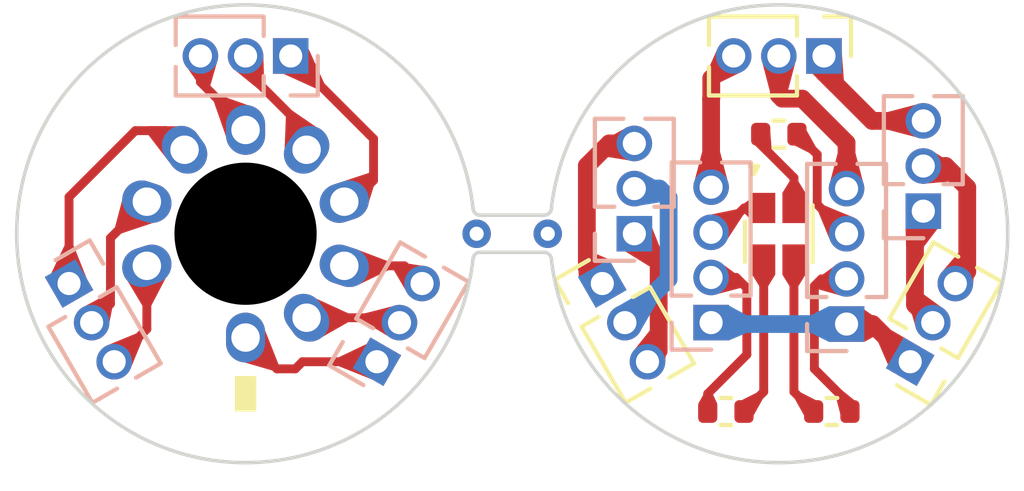
<source format=kicad_pcb>
(kicad_pcb (version 20221018) (generator pcbnew)
  (title_block (title "Kartusche IV-9 Adapter") (date "2023-12-08") (rev "R1.0") (company "Copyright 2023 AnalogMiko") (comment 2 "MERCHANTABILITY, SATISFACTORY QUALITY AND FITNESS FOR A PARTICULAR PURPOSE.") (comment 3 "This source is distributed WITHOUT ANY EXPRESS OR IMPLIED WARRANTY, INCLUDING OF") (comment 4 "This source describes Open Hardware and is licensed under the CERN-OHL-S v2."))
  (layers (0 "F.Cu" signal) (31 "B.Cu" signal) (34 "B.Paste" user) (35 "F.Paste" user) (36 "B.SilkS" user "B.Silkscreen") (37 "F.SilkS" user "F.Silkscreen") (38 "B.Mask" user) (39 "F.Mask" user) (44 "Edge.Cuts" user))
  (net 0 "")
  (net 1 "Net-(D1-RK)")
  (net 2 "Net-(D1-GK)")
  (net 3 "Net-(D1-BK)")
  (net 4 "Net-(D1-A)")
  (net 5 "/K_TOP")
  (net 6 "/DP_TOP")
  (net 7 "/B_TOP")
  (net 8 "/C_TOP")
  (net 9 "/A_TOP")
  (net 10 "/F_TOP")
  (net 11 "/G_TOP")
  (net 12 "/D_TOP")
  (net 13 "/E_TOP")
  (net 14 "/K_BOT")
  (net 15 "/DP_BOT")
  (net 16 "/B_BOT")
  (net 17 "/C_BOT")
  (net 18 "/A_BOT")
  (net 19 "/F_BOT")
  (net 20 "/G_BOT")
  (net 21 "/D_BOT")
  (net 22 "/E_BOT")
  (net 23 "Net-(J8-Pin_2)")
  (net 24 "Net-(J10-Pin_3)")
  (net 25 "Net-(J10-Pin_2)")
  (footprint "Resistor_SMD:R_0402_1005Metric" (layer "F.Cu") (at 115 97.2)
    (fp_text reference "R3" hide)
    (fp_text value "200" hide)
    (fp_line (start -0.153641 -0.38) (end 0.153641 -0.38) (stroke (width 0.12)) (layer "F.SilkS"))
    (fp_line (start -0.153641 0.38) (end 0.153641 0.38) (stroke (width 0.12)) (layer "F.SilkS"))
    (pad "1" smd roundrect (at -0.51 0) (size 0.54 0.64) (layers "F.Cu" "F.Paste" "F.Mask") (net 1 "Net-(D1-RK)"))
    (pad "2" smd roundrect (at 0.51 0) (size 0.54 0.64) (layers "F.Cu" "F.Paste" "F.Mask") (net 24 "Net-(J10-Pin_3)"))
  )
  (footprint "Flora:IV9" (layer "F.Cu") (at 100 100)
    (fp_text reference "U1" hide)
    (fp_text value "ИВ-9")
    (fp_rect (start -0.3 4) (end 0.3 5) (fill solid) (layer "F.SilkS"))
    (pad "" np_thru_hole circle (at 0 0) (size 4 4) (drill 4) (layers "Dwgs.User"))
    (pad "1" thru_hole oval (at 0 2.92) (size 1.1 1.4) (drill 0.8) (layers "*.Cu" "*.Mask") (net 5 "/K_TOP"))
    (pad "2" thru_hole oval (at 1.716333 2.36233 36) (size 1.1 1.4) (drill 0.8) (layers "*.Cu" "*.Mask") (net 6 "/DP_TOP"))
    (pad "3" thru_hole oval (at 2.777085 0.90233 72) (size 1.1 1.4) (drill 0.8) (layers "*.Cu" "*.Mask") (net 7 "/B_TOP"))
    (pad "4" thru_hole oval (at 2.777085 -0.90233 108) (size 1.1 1.4) (drill 0.8) (layers "*.Cu" "*.Mask") (net 8 "/C_TOP"))
    (pad "5" thru_hole oval (at 1.716333 -2.36233 144) (size 1.1 1.4) (drill 0.8) (layers "*.Cu" "*.Mask") (net 9 "/A_TOP"))
    (pad "6" thru_hole oval (at 0 -2.92 180) (size 1.1 1.4) (drill 0.8) (layers "*.Cu" "*.Mask") (net 10 "/F_TOP"))
    (pad "7" thru_hole oval (at -1.716333 -2.36233 216) (size 1.1 1.4) (drill 0.8) (layers "*.Cu" "*.Mask") (net 11 "/G_TOP"))
    (pad "8" thru_hole oval (at -2.777085 -0.90233 252) (size 1.1 1.4) (drill 0.8) (layers "*.Cu" "*.Mask") (net 12 "/D_TOP"))
    (pad "9" thru_hole oval (at -2.777085 0.90233 288) (size 1.1 1.4) (drill 0.8) (layers "*.Cu" "*.Mask") (net 13 "/E_TOP"))
  )
  (footprint "Connector_PinHeader_1.27mm:PinHeader_1x03_P1.27mm_Vertical" (layer "F.Cu") (at 118.695 103.6 150)
    (fp_text reference "J1_BOT1" hide)
    (fp_text value "Conn_01x03_Pin" hide)
    (fp_line (start -1.11 -0.76) (end 0 -0.76) (stroke (width 0.12)) (layer "F.SilkS"))
    (fp_line (start -1.11 0) (end -1.11 -0.76) (stroke (width 0.12)) (layer "F.SilkS"))
    (fp_line (start -1.11 0.76) (end -1.11 3.235) (stroke (width 0.12)) (layer "F.SilkS"))
    (fp_line (start -1.11 0.76) (end -0.563471 0.76) (stroke (width 0.12)) (layer "F.SilkS"))
    (fp_line (start -1.11 3.235) (end -0.30753 3.235) (stroke (width 0.12)) (layer "F.SilkS"))
    (fp_line (start 0.30753 3.235) (end 1.11 3.235) (stroke (width 0.12)) (layer "F.SilkS"))
    (fp_line (start 0.563471 0.76) (end 1.11 0.76) (stroke (width 0.12)) (layer "F.SilkS"))
    (fp_line (start 1.11 0.76) (end 1.11 3.235) (stroke (width 0.12)) (layer "F.SilkS"))
    (pad "1" thru_hole rect (at 0 0 150) (size 1 1) (drill 0.65) (layers "*.Cu" "*.Mask") (net 14 "/K_BOT"))
    (pad "2" thru_hole oval (at 0 1.27 150) (size 1 1) (drill 0.65) (layers "*.Cu" "*.Mask") (net 15 "/DP_BOT"))
    (pad "3" thru_hole oval (at 0 2.54 150) (size 1 1) (drill 0.65) (layers "*.Cu" "*.Mask") (net 16 "/B_BOT"))
  )
  (footprint "Resistor_SMD:R_0402_1005Metric" (layer "F.Cu") (at 113.51 105 180)
    (fp_text reference "R1" hide)
    (fp_text value "200" hide)
    (fp_line (start -0.153641 -0.38) (end 0.153641 -0.38) (stroke (width 0.12)) (layer "F.SilkS"))
    (fp_line (start -0.153641 0.38) (end 0.153641 0.38) (stroke (width 0.12)) (layer "F.SilkS"))
    (pad "1" smd roundrect (at -0.51 0 180) (size 0.54 0.64) (layers "F.Cu" "F.Paste" "F.Mask") (net 3 "Net-(D1-BK)"))
    (pad "2" smd roundrect (at 0.51 0 180) (size 0.54 0.64) (layers "F.Cu" "F.Paste" "F.Mask") (net 23 "Net-(J8-Pin_2)"))
  )
  (footprint "Connector_PinHeader_1.27mm:PinHeader_1x03_P1.27mm_Vertical" (layer "F.Cu") (at 110.035 101.4 30)
    (fp_text reference "J3_BOT1" hide)
    (fp_text value "Conn_01x03_Pin" hide)
    (fp_line (start -1.11 -0.76) (end 0 -0.76) (stroke (width 0.12)) (layer "F.SilkS"))
    (fp_line (start -1.11 0) (end -1.11 -0.76) (stroke (width 0.12)) (layer "F.SilkS"))
    (fp_line (start -1.11 0.76) (end -1.11 3.235) (stroke (width 0.12)) (layer "F.SilkS"))
    (fp_line (start -1.11 0.76) (end -0.563471 0.76) (stroke (width 0.12)) (layer "F.SilkS"))
    (fp_line (start -1.11 3.235) (end -0.30753 3.235) (stroke (width 0.12)) (layer "F.SilkS"))
    (fp_line (start 0.30753 3.235) (end 1.11 3.235) (stroke (width 0.12)) (layer "F.SilkS"))
    (fp_line (start 0.563471 0.76) (end 1.11 0.76) (stroke (width 0.12)) (layer "F.SilkS"))
    (fp_line (start 1.11 0.76) (end 1.11 3.235) (stroke (width 0.12)) (layer "F.SilkS"))
    (pad "1" thru_hole rect (at 0 0 30) (size 1 1) (drill 0.65) (layers "*.Cu" "*.Mask") (net 20 "/G_BOT"))
    (pad "2" thru_hole oval (at 0 1.27 30) (size 1 1) (drill 0.65) (layers "*.Cu" "*.Mask") (net 21 "/D_BOT"))
    (pad "3" thru_hole oval (at 0 2.54 30) (size 1 1) (drill 0.65) (layers "*.Cu" "*.Mask") (net 22 "/E_BOT"))
  )
  (footprint "LED_SMD:LED_LiteOn_LTST-C19HE1WT" (layer "F.Cu") (at 115 100)
    (fp_text reference "D1" hide)
    (fp_text value "LED_ARGB" hide)
    (fp_line (start -0.95 -0.35) (end -0.95 0.8) (stroke (width 0.12)) (layer "F.SilkS"))
    (fp_line (start 0.95 -0.8) (end 0.95 0.8) (stroke (width 0.12)) (layer "F.SilkS"))
    (pad "1" smd rect (at -0.425 -0.725) (size 0.65 0.85) (layers "F.Cu" "F.Paste" "F.Mask") (net 4 "Net-(D1-A)"))
    (pad "2" smd rect (at 0.425 -0.725) (size 0.65 0.85) (layers "F.Cu" "F.Paste" "F.Mask") (net 1 "Net-(D1-RK)"))
    (pad "3" smd rect (at 0.425 0.725) (size 0.65 0.85) (layers "F.Cu" "F.Paste" "F.Mask") (net 2 "Net-(D1-GK)"))
    (pad "4" smd rect (at -0.425 0.725) (size 0.65 0.85) (layers "F.Cu" "F.Paste" "F.Mask") (net 3 "Net-(D1-BK)"))
  )
  (footprint "Resistor_SMD:R_0402_1005Metric" (layer "F.Cu") (at 116.49 105)
    (fp_text reference "R2" hide)
    (fp_text value "200" hide)
    (fp_line (start -0.153641 -0.38) (end 0.153641 -0.38) (stroke (width 0.12)) (layer "F.SilkS"))
    (fp_line (start -0.153641 0.38) (end 0.153641 0.38) (stroke (width 0.12)) (layer "F.SilkS"))
    (pad "1" smd roundrect (at -0.51 0) (size 0.54 0.64) (layers "F.Cu" "F.Paste" "F.Mask") (net 2 "Net-(D1-GK)"))
    (pad "2" smd roundrect (at 0.51 0) (size 0.54 0.64) (layers "F.Cu" "F.Paste" "F.Mask") (net 25 "Net-(J10-Pin_2)"))
  )
  (footprint "Connector_PinHeader_1.27mm:PinHeader_1x03_P1.27mm_Vertical" (layer "F.Cu") (at 116.27 95 -90)
    (fp_text reference "J2_BOT1" hide)
    (fp_text value "Conn_01x03_Pin" hide)
    (fp_line (start -1.11 -0.76) (end 0 -0.76) (stroke (width 0.12)) (layer "F.SilkS"))
    (fp_line (start -1.11 0) (end -1.11 -0.76) (stroke (width 0.12)) (layer "F.SilkS"))
    (fp_line (start -1.11 0.76) (end -1.11 3.235) (stroke (width 0.12)) (layer "F.SilkS"))
    (fp_line (start -1.11 0.76) (end -0.563471 0.76) (stroke (width 0.12)) (layer "F.SilkS"))
    (fp_line (start -1.11 3.235) (end -0.30753 3.235) (stroke (width 0.12)) (layer "F.SilkS"))
    (fp_line (start 0.30753 3.235) (end 1.11 3.235) (stroke (width 0.12)) (layer "F.SilkS"))
    (fp_line (start 0.563471 0.76) (end 1.11 0.76) (stroke (width 0.12)) (layer "F.SilkS"))
    (fp_line (start 1.11 0.76) (end 1.11 3.235) (stroke (width 0.12)) (layer "F.SilkS"))
    (pad "1" thru_hole rect (at 0 0 270) (size 1 1) (drill 0.65) (layers "*.Cu" "*.Mask") (net 17 "/C_BOT"))
    (pad "2" thru_hole oval (at 0 1.27 270) (size 1 1) (drill 0.65) (layers "*.Cu" "*.Mask") (net 18 "/A_BOT"))
    (pad "3" thru_hole oval (at 0 2.54 270) (size 1 1) (drill 0.65) (layers "*.Cu" "*.Mask") (net 19 "/F_BOT"))
  )
  (footprint "Connector_PinHeader_1.27mm:PinHeader_1x03_P1.27mm_Vertical" (layer "B.Cu") (at 119.064 99.365)
    (fp_text reference "J9" hide)
    (fp_text value "Conn_01x03_Pin" hide)
    (fp_line (start -1.11 -3.235) (end -0.30753 -3.235) (stroke (width 0.12)) (layer "B.SilkS"))
    (fp_line (start -1.11 -0.76) (end -1.11 -3.235) (stroke (width 0.12)) (layer "B.SilkS"))
    (fp_line (start -1.11 -0.76) (end -0.563471 -0.76) (stroke (width 0.12)) (layer "B.SilkS"))
    (fp_line (start -1.11 0) (end -1.11 0.76) (stroke (width 0.12)) (layer "B.SilkS"))
    (fp_line (start -1.11 0.76) (end 0 0.76) (stroke (width 0.12)) (layer "B.SilkS"))
    (fp_line (start 0.30753 -3.235) (end 1.11 -3.235) (stroke (width 0.12)) (layer "B.SilkS"))
    (fp_line (start 0.563471 -0.76) (end 1.11 -0.76) (stroke (width 0.12)) (layer "B.SilkS"))
    (fp_line (start 1.11 -0.76) (end 1.11 -3.235) (stroke (width 0.12)) (layer "B.SilkS"))
    (pad "1" thru_hole rect (at 0 0) (size 1 1) (drill 0.65) (layers "*.Cu" "*.Mask") (net 15 "/DP_BOT"))
    (pad "2" thru_hole oval (at 0 -1.27) (size 1 1) (drill 0.65) (layers "*.Cu" "*.Mask") (net 16 "/B_BOT"))
    (pad "3" thru_hole oval (at 0 -2.54) (size 1 1) (drill 0.65) (layers "*.Cu" "*.Mask") (net 17 "/C_BOT"))
  )
  (footprint "Connector_PinHeader_1.27mm:PinHeader_1x03_P1.27mm_Vertical" (layer "B.Cu") (at 110.936 100)
    (fp_text reference "J7" hide)
    (fp_text value "Conn_01x03_Pin" hide)
    (fp_line (start -1.11 -3.235) (end -0.30753 -3.235) (stroke (width 0.12)) (layer "B.SilkS"))
    (fp_line (start -1.11 -0.76) (end -1.11 -3.235) (stroke (width 0.12)) (layer "B.SilkS"))
    (fp_line (start -1.11 -0.76) (end -0.563471 -0.76) (stroke (width 0.12)) (layer "B.SilkS"))
    (fp_line (start -1.11 0) (end -1.11 0.76) (stroke (width 0.12)) (layer "B.SilkS"))
    (fp_line (start -1.11 0.76) (end 0 0.76) (stroke (width 0.12)) (layer "B.SilkS"))
    (fp_line (start 0.30753 -3.235) (end 1.11 -3.235) (stroke (width 0.12)) (layer "B.SilkS"))
    (fp_line (start 0.563471 -0.76) (end 1.11 -0.76) (stroke (width 0.12)) (layer "B.SilkS"))
    (fp_line (start 1.11 -0.76) (end 1.11 -3.235) (stroke (width 0.12)) (layer "B.SilkS"))
    (pad "1" thru_hole rect (at 0 0) (size 1 1) (drill 0.65) (layers "*.Cu" "*.Mask") (net 22 "/E_BOT"))
    (pad "2" thru_hole oval (at 0 -1.27) (size 1 1) (drill 0.65) (layers "*.Cu" "*.Mask") (net 21 "/D_BOT"))
    (pad "3" thru_hole oval (at 0 -2.54) (size 1 1) (drill 0.65) (layers "*.Cu" "*.Mask") (net 20 "/G_BOT"))
  )
  (footprint "Connector_PinHeader_1.27mm:PinHeader_1x03_P1.27mm_Vertical" (layer "B.Cu") (at 103.695 103.6 -30)
    (fp_text reference "J1_TOP1" hide)
    (fp_text value "Conn_01x03_Pin" hide)
    (fp_line (start -1.11 -3.235) (end -0.30753 -3.235) (stroke (width 0.12)) (layer "B.SilkS"))
    (fp_line (start -1.11 -0.76) (end -1.11 -3.235) (stroke (width 0.12)) (layer "B.SilkS"))
    (fp_line (start -1.11 -0.76) (end -0.563471 -0.76) (stroke (width 0.12)) (layer "B.SilkS"))
    (fp_line (start -1.11 0) (end -1.11 0.76) (stroke (width 0.12)) (layer "B.SilkS"))
    (fp_line (start -1.11 0.76) (end 0 0.76) (stroke (width 0.12)) (layer "B.SilkS"))
    (fp_line (start 0.30753 -3.235) (end 1.11 -3.235) (stroke (width 0.12)) (layer "B.SilkS"))
    (fp_line (start 0.563471 -0.76) (end 1.11 -0.76) (stroke (width 0.12)) (layer "B.SilkS"))
    (fp_line (start 1.11 -0.76) (end 1.11 -3.235) (stroke (width 0.12)) (layer "B.SilkS"))
    (pad "1" thru_hole rect (at 0 0 330) (size 1 1) (drill 0.65) (layers "*.Cu" "*.Mask") (net 5 "/K_TOP"))
    (pad "2" thru_hole oval (at 0 -1.27 330) (size 1 1) (drill 0.65) (layers "*.Cu" "*.Mask") (net 6 "/DP_TOP"))
    (pad "3" thru_hole oval (at 0 -2.54 330) (size 1 1) (drill 0.65) (layers "*.Cu" "*.Mask") (net 7 "/B_TOP"))
  )
  (footprint "Connector_PinHeader_1.27mm:PinHeader_1x04_P1.27mm_Vertical" (layer "B.Cu") (at 116.905 102.54)
    (fp_text reference "J10" hide)
    (fp_text value "Conn_01x04_Pin" hide)
    (fp_line (start -1.11 -4.505) (end -0.30753 -4.505) (stroke (width 0.12)) (layer "B.SilkS"))
    (fp_line (start -1.11 -0.76) (end -1.11 -4.505) (stroke (width 0.12)) (layer "B.SilkS"))
    (fp_line (start -1.11 -0.76) (end -0.563471 -0.76) (stroke (width 0.12)) (layer "B.SilkS"))
    (fp_line (start -1.11 0) (end -1.11 0.76) (stroke (width 0.12)) (layer "B.SilkS"))
    (fp_line (start -1.11 0.76) (end 0 0.76) (stroke (width 0.12)) (layer "B.SilkS"))
    (fp_line (start 0.30753 -4.505) (end 1.11 -4.505) (stroke (width 0.12)) (layer "B.SilkS"))
    (fp_line (start 0.563471 -0.76) (end 1.11 -0.76) (stroke (width 0.12)) (layer "B.SilkS"))
    (fp_line (start 1.11 -0.76) (end 1.11 -4.505) (stroke (width 0.12)) (layer "B.SilkS"))
    (pad "1" thru_hole rect (at 0 0) (size 1 1) (drill 0.65) (layers "*.Cu" "*.Mask") (net 14 "/K_BOT"))
    (pad "2" thru_hole oval (at 0 -1.27) (size 1 1) (drill 0.65) (layers "*.Cu" "*.Mask") (net 25 "Net-(J10-Pin_2)"))
    (pad "3" thru_hole oval (at 0 -2.54) (size 1 1) (drill 0.65) (layers "*.Cu" "*.Mask") (net 24 "Net-(J10-Pin_3)"))
    (pad "4" thru_hole oval (at 0 -3.81) (size 1 1) (drill 0.65) (layers "*.Cu" "*.Mask") (net 18 "/A_BOT"))
  )
  (footprint "Connector_PinHeader_1.27mm:PinHeader_1x03_P1.27mm_Vertical" (layer "B.Cu") (at 95.035 101.4 -150)
    (fp_text reference "J3_TOP1" hide)
    (fp_text value "Conn_01x03_Pin" hide)
    (fp_line (start -1.11 -3.235) (end -0.30753 -3.235) (stroke (width 0.12)) (layer "B.SilkS"))
    (fp_line (start -1.11 -0.76) (end -1.11 -3.235) (stroke (width 0.12)) (layer "B.SilkS"))
    (fp_line (start -1.11 -0.76) (end -0.563471 -0.76) (stroke (width 0.12)) (layer "B.SilkS"))
    (fp_line (start -1.11 0) (end -1.11 0.76) (stroke (width 0.12)) (layer "B.SilkS"))
    (fp_line (start -1.11 0.76) (end 0 0.76) (stroke (width 0.12)) (layer "B.SilkS"))
    (fp_line (start 0.30753 -3.235) (end 1.11 -3.235) (stroke (width 0.12)) (layer "B.SilkS"))
    (fp_line (start 0.563471 -0.76) (end 1.11 -0.76) (stroke (width 0.12)) (layer "B.SilkS"))
    (fp_line (start 1.11 -0.76) (end 1.11 -3.235) (stroke (width 0.12)) (layer "B.SilkS"))
    (pad "1" thru_hole rect (at 0 0 210) (size 1 1) (drill 0.65) (layers "*.Cu" "*.Mask") (net 11 "/G_TOP"))
    (pad "2" thru_hole oval (at 0 -1.27 210) (size 1 1) (drill 0.65) (layers "*.Cu" "*.Mask") (net 12 "/D_TOP"))
    (pad "3" thru_hole oval (at 0 -2.54 210) (size 1 1) (drill 0.65) (layers "*.Cu" "*.Mask") (net 13 "/E_TOP"))
  )
  (footprint "Connector_PinHeader_1.27mm:PinHeader_1x04_P1.27mm_Vertical" (layer "B.Cu") (at 113.095 102.5)
    (fp_text reference "J8" hide)
    (fp_text value "Conn_01x04_Pin" hide)
    (fp_line (start -1.11 -4.505) (end -0.30753 -4.505) (stroke (width 0.12)) (layer "B.SilkS"))
    (fp_line (start -1.11 -0.76) (end -1.11 -4.505) (stroke (width 0.12)) (layer "B.SilkS"))
    (fp_line (start -1.11 -0.76) (end -0.563471 -0.76) (stroke (width 0.12)) (layer "B.SilkS"))
    (fp_line (start -1.11 0) (end -1.11 0.76) (stroke (width 0.12)) (layer "B.SilkS"))
    (fp_line (start -1.11 0.76) (end 0 0.76) (stroke (width 0.12)) (layer "B.SilkS"))
    (fp_line (start 0.30753 -4.505) (end 1.11 -4.505) (stroke (width 0.12)) (layer "B.SilkS"))
    (fp_line (start 0.563471 -0.76) (end 1.11 -0.76) (stroke (width 0.12)) (layer "B.SilkS"))
    (fp_line (start 1.11 -0.76) (end 1.11 -4.505) (stroke (width 0.12)) (layer "B.SilkS"))
    (pad "1" thru_hole rect (at 0 0) (size 1 1) (drill 0.65) (layers "*.Cu" "*.Mask") (net 14 "/K_BOT"))
    (pad "2" thru_hole oval (at 0 -1.27) (size 1 1) (drill 0.65) (layers "*.Cu" "*.Mask") (net 23 "Net-(J8-Pin_2)"))
    (pad "3" thru_hole oval (at 0 -2.54) (size 1 1) (drill 0.65) (layers "*.Cu" "*.Mask") (net 4 "Net-(D1-A)"))
    (pad "4" thru_hole oval (at 0 -3.81) (size 1 1) (drill 0.65) (layers "*.Cu" "*.Mask") (net 19 "/F_BOT"))
  )
  (footprint "Connector_PinHeader_1.27mm:PinHeader_1x03_P1.27mm_Vertical" (layer "B.Cu") (at 101.27 95 90)
    (fp_text reference "J2_TOP1" hide)
    (fp_text value "Conn_01x03_Pin" hide)
    (fp_line (start -1.11 -3.235) (end -0.30753 -3.235) (stroke (width 0.12)) (layer "B.SilkS"))
    (fp_line (start -1.11 -0.76) (end -1.11 -3.235) (stroke (width 0.12)) (layer "B.SilkS"))
    (fp_line (start -1.11 -0.76) (end -0.563471 -0.76) (stroke (width 0.12)) (layer "B.SilkS"))
    (fp_line (start -1.11 0) (end -1.11 0.76) (stroke (width 0.12)) (layer "B.SilkS"))
    (fp_line (start -1.11 0.76) (end 0 0.76) (stroke (width 0.12)) (layer "B.SilkS"))
    (fp_line (start 0.30753 -3.235) (end 1.11 -3.235) (stroke (width 0.12)) (layer "B.SilkS"))
    (fp_line (start 0.563471 -0.76) (end 1.11 -0.76) (stroke (width 0.12)) (layer "B.SilkS"))
    (fp_line (start 1.11 -0.76) (end 1.11 -3.235) (stroke (width 0.12)) (layer "B.SilkS"))
    (pad "1" thru_hole rect (at 0 0 90) (size 1 1) (drill 0.65) (layers "*.Cu" "*.Mask") (net 8 "/C_TOP"))
    (pad "2" thru_hole oval (at 0 -1.27 90) (size 1 1) (drill 0.65) (layers "*.Cu" "*.Mask") (net 9 "/A_TOP"))
    (pad "3" thru_hole oval (at 0 -2.54 90) (size 1 1) (drill 0.65) (layers "*.Cu" "*.Mask") (net 10 "/F_TOP"))
  )
  (gr_line (start 114.4 98.1) (end 114.2 98.1) (stroke (width 0.15)) (layer "F.SilkS"))
  (gr_line (start 114.2 98.1) (end 114.3 98.3) (stroke (width 0.15)) (layer "F.SilkS"))
  (gr_line (start 114.3 98.3) (end 114.4 98.1) (stroke (width 0.15)) (layer "F.SilkS"))
  (gr_line (start 106.6 99.477782) (end 108.400001 99.477782) (stroke (width 0.1)) (layer "Edge.Cuts"))
  (gr_arc (start 108.600001 99.3) (mid 121.438196 100) (end 108.600001 100.7) (stroke (width 0.1)) (layer "Edge.Cuts"))
  (gr_arc (start 108.400001 100.522218) (mid 108.533798 100.573088) (end 108.600001 100.7) (stroke (width 0.1)) (layer "Edge.Cuts"))
  (gr_arc (start 106.4 100.7) (mid 93.561803 100) (end 106.4 99.3) (stroke (width 0.1)) (layer "Edge.Cuts"))
  (gr_arc (start 108.600001 99.3) (mid 108.533798 99.426912) (end 108.400001 99.477782) (stroke (width 0.1)) (layer "Edge.Cuts"))
  (gr_arc (start 106.4 100.7) (mid 106.466203 100.573088) (end 106.6 100.522218) (stroke (width 0.1)) (layer "Edge.Cuts"))
  (gr_arc (start 106.6 99.477782) (mid 106.466203 99.426912) (end 106.4 99.3) (stroke (width 0.1)) (layer "Edge.Cuts"))
  (gr_line (start 108.400001 100.522218) (end 106.6 100.522218) (stroke (width 0.1)) (layer "Edge.Cuts"))
  (via (at 108.5 100) (size 0.8) (drill 0.4) (layers "F.Cu" "B.Cu") (net 0))
  (via (at 106.5 100) (size 0.8) (drill 0.4) (layers "F.Cu" "B.Cu") (net 0))
  (segment (start 114.49 97.2) (end 114.49 97.49) (width 0.25) (layer "F.Cu") (net 1))
  (segment (start 115.425 98.425) (end 115.425 99.275) (width 0.25) (layer "F.Cu") (net 1))
  (segment (start 114.49 97.49) (end 115.425 98.425) (width 0.25) (layer "F.Cu") (net 1))
  (segment (start 115.425 100.725) (end 115.425 104.445) (width 0.25) (layer "F.Cu") (net 2))
  (segment (start 115.425 104.445) (end 115.98 105) (width 0.25) (layer "F.Cu") (net 2))
  (segment (start 114.575 100.725) (end 114.575 104.445) (width 0.25) (layer "F.Cu") (net 3))
  (segment (start 114.575 104.445) (end 114.02 105) (width 0.25) (layer "F.Cu") (net 3))
  (segment (start 113.095 99.96) (end 113.34 99.96) (width 0.25) (layer "F.Cu") (net 4))
  (segment (start 114.025 99.275) (end 114.575 99.275) (width 0.25) (layer "F.Cu") (net 4))
  (segment (start 113.34 99.96) (end 114.025 99.275) (width 0.25) (layer "F.Cu") (net 4))
  (segment (start 101.6 103.6) (end 103.695 103.6) (width 0.25) (layer "F.Cu") (net 5))
  (segment (start 100.88 103.8) (end 101.4 103.8) (width 0.25) (layer "F.Cu") (net 5))
  (segment (start 100 102.92) (end 100.88 103.8) (width 0.25) (layer "F.Cu") (net 5))
  (segment (start 101.4 103.8) (end 101.6 103.6) (width 0.25) (layer "F.Cu") (net 5))
  (segment (start 104.192182 102.36233) (end 104.33 102.500148) (width 0.25) (layer "F.Cu") (net 6))
  (segment (start 101.716333 102.36233) (end 104.192182 102.36233) (width 0.25) (layer "F.Cu") (net 6))
  (segment (start 104.467035 100.90233) (end 104.965 101.400295) (width 0.25) (layer "F.Cu") (net 7))
  (segment (start 102.777085 100.90233) (end 104.467035 100.90233) (width 0.25) (layer "F.Cu") (net 7))
  (segment (start 103.6 97.33) (end 101.27 95) (width 0.25) (layer "F.Cu") (net 8))
  (segment (start 103.00233 99.09767) (end 103.6 98.5) (width 0.25) (layer "F.Cu") (net 8))
  (segment (start 102.777085 99.09767) (end 103.00233 99.09767) (width 0.25) (layer "F.Cu") (net 8))
  (segment (start 103.6 98.5) (end 103.6 97.33) (width 0.25) (layer "F.Cu") (net 8))
  (segment (start 100 95) (end 100 95.4) (width 0.25) (layer "F.Cu") (net 9))
  (segment (start 100 95.4) (end 101.716333 97.116333) (width 0.25) (layer "F.Cu") (net 9))
  (segment (start 101.716333 97.116333) (end 101.716333 97.63767) (width 0.25) (layer "F.Cu") (net 9))
  (segment (start 100 97) (end 98.73 95.73) (width 0.25) (layer "F.Cu") (net 10))
  (segment (start 98.73 95.73) (end 98.73 95) (width 0.25) (layer "F.Cu") (net 10))
  (segment (start 100 97.08) (end 100 97) (width 0.25) (layer "F.Cu") (net 10))
  (segment (start 95.035 101.4) (end 95.035 98.965) (width 0.25) (layer "F.Cu") (net 11))
  (segment (start 95.035 98.965) (end 96.9 97.1) (width 0.25) (layer "F.Cu") (net 11))
  (segment (start 97.745997 97.1) (end 98.283667 97.63767) (width 0.25) (layer "F.Cu") (net 11))
  (segment (start 96.9 97.1) (end 97.745997 97.1) (width 0.25) (layer "F.Cu") (net 11))
  (segment (start 96.2 101.969852) (end 96.2 100.120585) (width 0.25) (layer "F.Cu") (net 12))
  (segment (start 95.67 102.499852) (end 96.2 101.969852) (width 0.25) (layer "F.Cu") (net 12))
  (segment (start 96.2 100.120585) (end 97.222915 99.09767) (width 0.25) (layer "F.Cu") (net 12))
  (segment (start 97.222915 100.90233) (end 97.222915 102.681789) (width 0.25) (layer "F.Cu") (net 13))
  (segment (start 97.222915 102.681789) (end 96.305 103.599705) (width 0.25) (layer "F.Cu") (net 13))
  (segment (start 117.635 102.54) (end 116.905 102.54) (width 0.5) (layer "F.Cu") (net 14))
  (segment (start 118.695 103.6) (end 117.635 102.54) (width 0.5) (layer "F.Cu") (net 14))
  (segment (start 116.905 102.54) (end 113.135 102.54) (width 0.5) (layer "B.Cu") (net 14))
  (segment (start 113.135 102.54) (end 113.095 102.5) (width 0.5) (layer "B.Cu") (net 14))
  (segment (start 118.830001 99.598999) (end 118.830001 102.000149) (width 0.5) (layer "F.Cu") (net 15))
  (segment (start 118.830001 102.000149) (end 119.33 102.500148) (width 0.5) (layer "F.Cu") (net 15))
  (segment (start 119.064 99.365) (end 118.830001 99.598999) (width 0.5) (layer "F.Cu") (net 15))
  (segment (start 119.064 98.095) (end 119.695 98.095) (width 0.5) (layer "F.Cu") (net 16))
  (segment (start 120.3 98.7) (end 120.3 101.065295) (width 0.5) (layer "F.Cu") (net 16))
  (segment (start 120.3 101.065295) (end 119.965 101.400295) (width 0.5) (layer "F.Cu") (net 16))
  (segment (start 119.695 98.095) (end 120.3 98.7) (width 0.5) (layer "F.Cu") (net 16))
  (segment (start 117.625 96.825) (end 119.064 96.825) (width 0.5) (layer "F.Cu") (net 17))
  (segment (start 116.27 95) (end 116.27 95.47) (width 0.5) (layer "F.Cu") (net 17))
  (segment (start 116.27 95.47) (end 117.625 96.825) (width 0.5) (layer "F.Cu") (net 17))
  (segment (start 116.905 97.443944) (end 115.661056 96.2) (width 0.5) (layer "F.Cu") (net 18))
  (segment (start 116.905 98.73) (end 116.905 97.443944) (width 0.5) (layer "F.Cu") (net 18))
  (segment (start 115.1 96.2) (end 115 96.1) (width 0.5) (layer "F.Cu") (net 18))
  (segment (start 115.661056 96.2) (end 115.1 96.2) (width 0.5) (layer "F.Cu") (net 18))
  (segment (start 115 96.1) (end 115 95) (width 0.5) (layer "F.Cu") (net 18))
  (segment (start 113.73 95) (end 113.1 95.63) (width 0.5) (layer "F.Cu") (net 19))
  (segment (start 113.1 95.63) (end 113.1 96.2) (width 0.5) (layer "F.Cu") (net 19))
  (segment (start 113.095 96.205) (end 113.095 98.69) (width 0.5) (layer "F.Cu") (net 19))
  (segment (start 113.1 96.2) (end 113.095 96.205) (width 0.5) (layer "F.Cu") (net 19))
  (segment (start 109.6 100.965) (end 109.6 98.088894) (width 0.5) (layer "F.Cu") (net 20))
  (segment (start 109.6 98.088894) (end 110.228894 97.46) (width 0.5) (layer "F.Cu") (net 20))
  (segment (start 110.228894 97.46) (end 110.936 97.46) (width 0.5) (layer "F.Cu") (net 20))
  (segment (start 110.035 101.4) (end 109.6 100.965) (width 0.5) (layer "F.Cu") (net 20))
  (segment (start 111.9 98.986894) (end 111.643106 98.73) (width 0.5) (layer "B.Cu") (net 21))
  (segment (start 110.67 102.499852) (end 111.9 101.269852) (width 0.5) (layer "B.Cu") (net 21))
  (segment (start 111.9 101.269852) (end 111.9 98.986894) (width 0.5) (layer "B.Cu") (net 21))
  (segment (start 111.643106 98.73) (end 110.936 98.73) (width 0.5) (layer "B.Cu") (net 21))
  (segment (start 111.305 103.599705) (end 111.62 103.284705) (width 0.5) (layer "F.Cu") (net 22))
  (segment (start 111.62 103.284705) (end 111.62 100.684) (width 0.5) (layer "F.Cu") (net 22))
  (segment (start 111.62 100.684) (end 110.936 100) (width 0.5) (layer "F.Cu") (net 22))
  (segment (start 114.1 103.4) (end 114.1 101.527894) (width 0.25) (layer "F.Cu") (net 23))
  (segment (start 113 105) (end 113 104.5) (width 0.25) (layer "F.Cu") (net 23))
  (segment (start 113 104.5) (end 114.1 103.4) (width 0.25) (layer "F.Cu") (net 23))
  (segment (start 113.802106 101.23) (end 113.095 101.23) (width 0.25) (layer "F.Cu") (net 23))
  (segment (start 114.1 101.527894) (end 113.802106 101.23) (width 0.25) (layer "F.Cu") (net 23))
  (segment (start 116.905 100) (end 116.08 99.175) (width 0.25) (layer "F.Cu") (net 24))
  (segment (start 116.08 97.77) (end 115.51 97.2) (width 0.25) (layer "F.Cu") (net 24))
  (segment (start 116.08 99.175) (end 116.08 97.77) (width 0.25) (layer "F.Cu") (net 24))
  (segment (start 116 103.8) (end 116 101.467894) (width 0.25) (layer "F.Cu") (net 25))
  (segment (start 117 105) (end 117 104.8) (width 0.25) (layer "F.Cu") (net 25))
  (segment (start 116.197894 101.27) (end 116.905 101.27) (width 0.25) (layer "F.Cu") (net 25))
  (segment (start 117 104.8) (end 116 103.8) (width 0.25) (layer "F.Cu") (net 25))
  (segment (start 116 101.467894) (end 116.197894 101.27) (width 0.25) (layer "F.Cu") (net 25))
)
</source>
